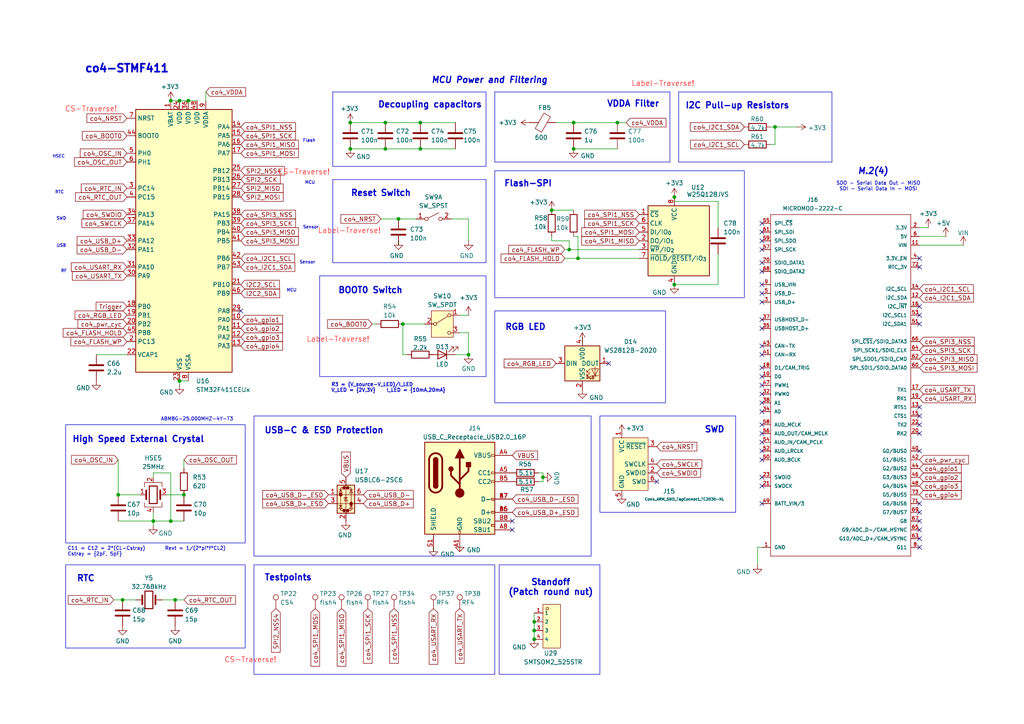
<source format=kicad_sch>
(kicad_sch (version 20250114) (generator "eeschema") (generator_version "9.0")
  (paper "A4")
  (rectangle (start 19.05 123.19) (end 71.12 157.48))
  (rectangle (start 144.78 163.83) (end 173.99 195.58))
  (rectangle (start 196.85 26.67) (end 241.3 46.99))
  (rectangle (start 143.51 49.53) (end 215.9 86.36))
  (rectangle (start 73.66 120.65) (end 171.45 161.29))
  (rectangle (start 96.52 26.67) (end 140.97 48.26))
  (rectangle (start 96.52 52.07) (end 140.97 76.2))
  (rectangle (start 19.05 163.83) (end 71.12 187.96))
  (rectangle (start 143.51 90.17) (end 193.04 116.84))
  (rectangle (start 173.99 120.65) (end 213.36 148.59))
  (rectangle (start 143.51 26.67) (end 194.31 46.99))
  (rectangle (start 73.66 163.83) (end 143.51 195.58))
  (rectangle (start 92.71 80.01) (end 140.97 109.22))
  (text "MCU" (at 84.582 84.328 0) (effects (font (size 0.889 0.889))))
  (text "RTC\n" (at 24.892 167.894 0) (effects (font (size 1.778 1.778) (thickness 0.3556) (bold yes))))
  (text "Testpoints" (at 83.566 167.64 0) (effects (font (size 1.778 1.778) (thickness 0.3556) (bold yes))))
  (text "USB\n" (at 17.78 71.374 0) (effects (font (size 0.889 0.889))))
  (text "Sensor" (at 89.154 76.2 0) (effects (font (size 0.889 0.889))))
  (text "M.2(4)\n" (at 253.238 49.784 0) (effects (font (size 1.778 1.778) (thickness 0.3556) (bold yes) (italic yes))))
  (text "USB-C & ESD Protection\n" (at 93.98 124.968 0) (effects (font (size 1.778 1.778) (thickness 0.3556) (bold yes))))
  (text "HSEC" (at 17.018 45.466 0) (effects (font (size 0.889 0.889))))
  (text "MCU Power and Filtering" (at 141.986 23.368 0) (effects (font (size 1.778 1.778) (thickness 0.3556) (bold yes) (italic yes))))
  (text "Label-Traverse!\n" (at 98.044 98.552 0) (effects (font (size 1.524 1.524))))
  (text "VDDA Filter\n" (at 183.642 30.226 0) (effects (font (size 1.778 1.778) (thickness 0.3556) (bold yes))))
  (text "RTC" (at 17.272 55.88 0) (effects (font (size 0.889 0.889))))
  (text "RGB LED" (at 152.4 94.996 0) (effects (font (size 1.778 1.778) (thickness 0.3556) (bold yes))))
  (text "Label-Traverse!\n" (at 101.346 67.056 0) (effects (font (size 1.524 1.524))))
  (text "I2C Pull-up Resistors" (at 213.868 30.734 0) (effects (font (size 1.778 1.778) (thickness 0.3556) (bold yes))))
  (text "C11 = C12 = 2*(CL-Cstray)	Rext = 1/(2*pi*f*CL2)\nCstray = {2pF, 5pF}" (at 19.558 160.02 0) (effects (font (size 1.016 1.016) (thickness 0.1588)) (justify left)))
  (text "co4-STMF411\n\n" (at 36.83 21.844 0) (effects (font (size 2.286 2.286) (thickness 0.508) (bold yes))))
  (text "Flash" (at 89.662 40.894 0) (effects (font (size 0.889 0.889))))
  (text "Reset Switch\n" (at 110.49 56.134 0) (effects (font (size 1.778 1.778) (thickness 0.3556) (bold yes))))
  (text "RF" (at 18.542 78.74 0) (effects (font (size 0.889 0.889))))
  (text "R3 = (V_source-V_LED)/I_LED\nV_LED = {2V,3V}	I_LED = {10mA,20mA}" (at 96.012 112.522 0) (effects (font (size 1.016 1.016) (thickness 0.2032) (bold yes)) (justify left)))
  (text "Label-Traverse!\n" (at 192.278 24.384 0) (effects (font (size 1.524 1.524))))
  (text "CS-Traverse!\n" (at 88.138 50.038 0) (effects (font (size 1.524 1.524))))
  (text "SWD\n" (at 207.264 124.714 0) (effects (font (size 1.778 1.778) (thickness 0.3556) (bold yes))))
  (text "MCU" (at 89.916 53.086 0) (effects (font (size 0.889 0.889))))
  (text "Standoff\n(Patch round nut)" (at 159.766 170.434 0) (effects (font (size 1.778 1.778) (thickness 0.3556) (bold yes))))
  (text "CS-Traverse!\n" (at 26.416 31.75 0) (effects (font (size 1.524 1.524))))
  (text "BOOT0 Switch" (at 107.442 84.328 0) (effects (font (size 1.778 1.778) (thickness 0.3556) (bold yes))))
  (text "Sensor" (at 90.17 66.04 0) (effects (font (size 0.889 0.889))))
  (text "CS-Traverse!\n" (at 72.644 191.516 0) (effects (font (size 1.524 1.524))))
  (text "ABM8G-25.000MHZ-4Y-T3\n" (at 57.15 121.666 0) (effects (font (size 1.016 1.016) (thickness 0.1588))))
  (text "SDO - Serial Data Out - MISO\nSDI - Serial Data In - MOSI" (at 254.762 54.102 0) (effects (font (size 1.016 1.016))))
  (text "Decoupling capacitors\n" (at 124.714 30.48 0) (effects (font (size 1.778 1.778) (thickness 0.3556) (bold yes))))
  (text "Flash-SPI" (at 153.162 53.34 0) (effects (font (size 1.778 1.778) (thickness 0.3556) (bold yes))))
  (text "High Speed External Crystal" (at 40.132 127.508 0) (effects (font (size 1.778 1.778) (thickness 0.3556) (bold yes))))
  (text "SWD" (at 17.78 63.5 0) (effects (font (size 0.889 0.889))))
  (junction (at 44.45 151.13))
  (junction (at 154.94 182.88))
  (junction (at 154.94 185.42))
  (junction (at 154.94 180.34))
  (junction (at 135.89 102.87))
  (junction (at 52.07 29.21))
  (junction (at 35.56 173.99))
  (junction (at 101.6 43.18))
  (junction (at 111.76 35.56))
  (junction (at 49.53 151.13))
  (junction (at 111.76 43.18))
  (junction (at 52.07 110.49))
  (junction (at 167.64 74.93))
  (junction (at 121.92 35.56))
  (junction (at 195.58 57.15))
  (junction (at 166.37 43.18))
  (junction (at 49.53 29.21))
  (junction (at 115.57 63.5))
  (junction (at 116.84 93.98))
  (junction (at 54.61 29.21))
  (junction (at 224.79 36.83))
  (junction (at 121.92 43.18))
  (junction (at 53.34 143.51))
  (junction (at 50.8 173.99))
  (junction (at 165.1 72.39))
  (junction (at 157.48 138.43))
  (junction (at 195.58 82.55))
  (junction (at 34.29 143.51))
  (junction (at 101.6 35.56))
  (junction (at 166.37 35.56))
  (junction (at 160.02 60.96))
  (junction (at 179.07 35.56))
  (no_connect (at 266.7 151.13))
  (no_connect (at 220.98 111.76))
  (no_connect (at 266.7 123.19))
  (no_connect (at 176.53 105.41))
  (no_connect (at 266.7 153.67))
  (no_connect (at 220.98 125.73))
  (no_connect (at 220.98 85.09))
  (no_connect (at 266.7 130.81))
  (no_connect (at 220.98 116.84))
  (no_connect (at 220.98 100.33))
  (no_connect (at 266.7 158.75))
  (no_connect (at 220.98 138.43))
  (no_connect (at 220.98 140.97))
  (no_connect (at 220.98 102.87))
  (no_connect (at 266.7 125.73))
  (no_connect (at 266.7 146.05))
  (no_connect (at 220.98 133.35))
  (no_connect (at 266.7 91.44))
  (no_connect (at 220.98 87.63))
  (no_connect (at 220.98 130.81))
  (no_connect (at 220.98 106.68))
  (no_connect (at 148.59 153.67))
  (no_connect (at 148.59 151.13))
  (no_connect (at 266.7 77.47))
  (no_connect (at 220.98 95.25))
  (no_connect (at 220.98 109.22))
  (no_connect (at 220.98 119.38))
  (no_connect (at 220.98 123.19))
  (no_connect (at 266.7 156.21))
  (no_connect (at 220.98 92.71))
  (no_connect (at 220.98 78.74))
  (no_connect (at 220.98 69.85))
  (no_connect (at 266.7 93.98))
  (no_connect (at 266.7 88.9))
  (no_connect (at 190.5 139.7))
  (no_connect (at 220.98 72.39))
  (no_connect (at 266.7 74.93))
  (no_connect (at 220.98 146.05))
  (no_connect (at 220.98 128.27))
  (no_connect (at 266.7 120.65))
  (no_connect (at 266.7 118.11))
  (no_connect (at 220.98 64.77))
  (no_connect (at 220.98 82.55))
  (no_connect (at 220.98 76.2))
  (no_connect (at 266.7 148.59))
  (no_connect (at 220.98 67.31))
  (no_connect (at 220.98 114.3))
  (no_connect (at 69.85 90.17))
  (wire (pts (xy 33.02 173.99) (xy 35.56 173.99)))
  (wire (pts (xy 219.71 158.75) (xy 220.98 158.75)))
  (wire (pts (xy 133.35 157.48) (xy 133.35 160.02)))
  (wire (pts (xy 59.69 26.67) (xy 59.69 29.21)))
  (wire (pts (xy 111.76 43.18) (xy 121.92 43.18)))
  (wire (pts (xy 181.61 35.56) (xy 179.07 35.56)))
  (wire (pts (xy 168.91 99.06) (xy 168.91 97.79)))
  (wire (pts (xy 224.79 36.83) (xy 223.52 36.83)))
  (wire (pts (xy 44.45 151.13) (xy 44.45 148.59)))
  (wire (pts (xy 111.76 35.56) (xy 121.92 35.56)))
  (wire (pts (xy 157.48 137.16) (xy 156.21 137.16)))
  (wire (pts (xy 44.45 137.16) (xy 49.53 137.16)))
  (wire (pts (xy 167.64 74.93) (xy 185.42 74.93)))
  (wire (pts (xy 160.02 69.85) (xy 165.1 69.85)))
  (wire (pts (xy 121.92 43.18) (xy 132.08 43.18)))
  (wire (pts (xy 224.79 36.83) (xy 231.14 36.83)))
  (wire (pts (xy 165.1 72.39) (xy 185.42 72.39)))
  (wire (pts (xy 52.07 110.49) (xy 54.61 110.49)))
  (wire (pts (xy 163.83 72.39) (xy 165.1 72.39)))
  (wire (pts (xy 135.89 102.87) (xy 132.08 102.87)))
  (wire (pts (xy 57.15 29.21) (xy 54.61 29.21)))
  (wire (pts (xy 115.57 63.5) (xy 120.65 63.5)))
  (wire (pts (xy 166.37 68.58) (xy 167.64 68.58)))
  (wire (pts (xy 115.57 69.85) (xy 115.57 71.12)))
  (wire (pts (xy 125.73 102.87) (xy 124.46 102.87)))
  (wire (pts (xy 154.94 182.88) (xy 154.94 185.42)))
  (wire (pts (xy 121.92 35.56) (xy 132.08 35.56)))
  (wire (pts (xy 116.84 93.98) (xy 116.84 102.87)))
  (wire (pts (xy 135.89 96.52) (xy 135.89 102.87)))
  (wire (pts (xy 157.48 139.7) (xy 157.48 138.43)))
  (wire (pts (xy 224.79 41.91) (xy 223.52 41.91)))
  (wire (pts (xy 166.37 35.56) (xy 179.07 35.56)))
  (wire (pts (xy 154.94 177.8) (xy 154.94 180.34)))
  (wire (pts (xy 274.32 68.58) (xy 266.7 68.58)))
  (wire (pts (xy 208.28 58.42) (xy 208.28 66.04)))
  (wire (pts (xy 195.58 57.15) (xy 195.58 58.42)))
  (wire (pts (xy 180.34 125.73) (xy 180.34 124.46)))
  (wire (pts (xy 116.84 93.98) (xy 123.19 93.98)))
  (wire (pts (xy 160.02 68.58) (xy 160.02 69.85)))
  (wire (pts (xy 156.21 139.7) (xy 157.48 139.7)))
  (wire (pts (xy 269.24 66.04) (xy 266.7 66.04)))
  (wire (pts (xy 27.94 102.87) (xy 36.83 102.87)))
  (wire (pts (xy 52.07 29.21) (xy 49.53 29.21)))
  (wire (pts (xy 54.61 29.21) (xy 52.07 29.21)))
  (wire (pts (xy 130.81 63.5) (xy 135.89 63.5)))
  (wire (pts (xy 157.48 138.43) (xy 157.48 137.16)))
  (wire (pts (xy 165.1 69.85) (xy 165.1 72.39)))
  (wire (pts (xy 133.35 96.52) (xy 135.89 96.52)))
  (wire (pts (xy 195.58 58.42) (xy 208.28 58.42)))
  (wire (pts (xy 279.4 71.12) (xy 266.7 71.12)))
  (wire (pts (xy 46.99 173.99) (xy 50.8 173.99)))
  (wire (pts (xy 34.29 151.13) (xy 44.45 151.13)))
  (wire (pts (xy 154.94 180.34) (xy 154.94 182.88)))
  (wire (pts (xy 52.07 111.76) (xy 52.07 110.49)))
  (wire (pts (xy 224.79 41.91) (xy 224.79 36.83)))
  (wire (pts (xy 50.8 173.99) (xy 53.34 173.99)))
  (wire (pts (xy 110.49 63.5) (xy 115.57 63.5)))
  (wire (pts (xy 101.6 35.56) (xy 111.76 35.56)))
  (wire (pts (xy 208.28 82.55) (xy 195.58 82.55)))
  (wire (pts (xy 53.34 133.35) (xy 53.34 135.89)))
  (wire (pts (xy 135.89 63.5) (xy 135.89 69.85)))
  (wire (pts (xy 44.45 152.4) (xy 44.45 151.13)))
  (wire (pts (xy 163.83 74.93) (xy 167.64 74.93)))
  (wire (pts (xy 107.95 93.98) (xy 109.22 93.98)))
  (wire (pts (xy 160.02 60.96) (xy 166.37 60.96)))
  (wire (pts (xy 34.29 143.51) (xy 40.64 143.51)))
  (wire (pts (xy 35.56 173.99) (xy 39.37 173.99)))
  (wire (pts (xy 118.11 102.87) (xy 116.84 102.87)))
  (wire (pts (xy 219.71 158.75) (xy 219.71 163.83)))
  (wire (pts (xy 125.73 158.75) (xy 125.73 160.02)))
  (wire (pts (xy 166.37 43.18) (xy 179.07 43.18)))
  (wire (pts (xy 34.29 133.35) (xy 34.29 143.51)))
  (wire (pts (xy 48.26 143.51) (xy 53.34 143.51)))
  (wire (pts (xy 49.53 137.16) (xy 49.53 151.13)))
  (wire (pts (xy 101.6 43.18) (xy 111.76 43.18)))
  (wire (pts (xy 208.28 73.66) (xy 208.28 82.55)))
  (wire (pts (xy 44.45 151.13) (xy 49.53 151.13)))
  (wire (pts (xy 180.34 143.51) (xy 180.34 144.78)))
  (wire (pts (xy 161.29 35.56) (xy 166.37 35.56)))
  (wire (pts (xy 135.89 91.44) (xy 133.35 91.44)))
  (wire (pts (xy 167.64 68.58) (xy 167.64 74.93)))
  (wire (pts (xy 44.45 138.43) (xy 44.45 137.16)))
  (wire (pts (xy 49.53 151.13) (xy 53.34 151.13)))
  (global_label "co4_I2C1_SDA" (shape input) (at 69.85 77.47 0) (property "Intersheetrefs" "${INTERSHEET_REFS}" (effects (hide yes))))
  (global_label "VBUS" (shape input) (at 148.59 132.08 0) (effects (font (thickness 0.1588))) (property "Intersheetrefs" "${INTERSHEET_REFS}" (effects (hide yes))))
  (global_label "co4_USART_RX" (shape input) (at 266.7 115.57 0) (property "Intersheetrefs" "${INTERSHEET_REFS}" (effects (hide yes))))
  (global_label "co4_USART_RX" (shape input) (at 36.83 77.47 180) (property "Intersheetrefs" "${INTERSHEET_REFS}" (effects (hide yes))))
  (global_label "co4_USART_TX" (shape input) (at 36.83 80.01 180) (property "Intersheetrefs" "${INTERSHEET_REFS}" (effects (hide yes))))
  (global_label "co4_pwr_cyc" (shape input) (at 266.7 133.35 0) (property "Intersheetrefs" "${INTERSHEET_REFS}" (effects (hide yes))))
  (global_label "co4_gpio4" (shape input) (at 69.85 100.33 0) (effects (font (thickness 0.1588))) (property "Intersheetrefs" "${INTERSHEET_REFS}" (effects (hide yes))))
  (global_label "co4_USB_D+" (shape input) (at 36.83 69.85 180) (property "Intersheetrefs" "${INTERSHEET_REFS}" (effects (hide yes))))
  (global_label "co4_RTC_IN" (shape input) (at 36.83 54.61 180) (property "Intersheetrefs" "${INTERSHEET_REFS}" (effects (hide yes))))
  (global_label "co4_SPI3_SCK" (shape input) (at 69.85 64.77 0) (property "Intersheetrefs" "${INTERSHEET_REFS}" (effects (hide yes))))
  (global_label "co4_OSC_IN" (shape input) (at 36.83 44.45 180) (property "Intersheetrefs" "${INTERSHEET_REFS}" (effects (hide yes))))
  (global_label "co4_SPI1_MOSI" (shape input) (at 185.42 67.31 180) (property "Intersheetrefs" "${INTERSHEET_REFS}" (effects (hide yes))))
  (global_label "co4_SPI3_NSS" (shape input) (at 69.85 62.23 0) (property "Intersheetrefs" "${INTERSHEET_REFS}" (effects (hide yes))))
  (global_label "co4_SPI1_MISO" (shape input) (at 69.85 41.91 0) (property "Intersheetrefs" "${INTERSHEET_REFS}" (effects (hide yes))))
  (global_label "co4_FLASH_WP" (shape input) (at 163.83 72.39 180) (property "Intersheetrefs" "${INTERSHEET_REFS}" (effects (hide yes))))
  (global_label "co4_RTC_OUT" (shape input) (at 36.83 57.15 180) (property "Intersheetrefs" "${INTERSHEET_REFS}" (effects (hide yes))))
  (global_label "co4_gpio1" (shape input) (at 69.85 92.71 0) (effects (font (thickness 0.1588))) (property "Intersheetrefs" "${INTERSHEET_REFS}" (effects (hide yes))))
  (global_label "co4_gpio1" (shape input) (at 266.7 135.89 0) (effects (font (thickness 0.1588))) (property "Intersheetrefs" "${INTERSHEET_REFS}" (effects (hide yes))))
  (global_label "co4_USB_D+" (shape input) (at 105.41 146.05 0) (property "Intersheetrefs" "${INTERSHEET_REFS}" (effects (hide yes))))
  (global_label "co4_USART_TX" (shape input) (at 133.35 176.53 270) (property "Intersheetrefs" "${INTERSHEET_REFS}" (effects (hide yes))))
  (global_label "co4_RTC_IN" (shape input) (at 33.02 173.99 180) (property "Intersheetrefs" "${INTERSHEET_REFS}" (effects (hide yes))))
  (global_label "I2C2_SCL" (shape input) (at 69.85 82.55 0) (property "Intersheetrefs" "${INTERSHEET_REFS}" (effects (hide yes))))
  (global_label "co4_pwr_cyc" (shape input) (at 36.83 93.98 180) (property "Intersheetrefs" "${INTERSHEET_REFS}" (effects (hide yes))))
  (global_label "co4_USB_D-_ESD" (shape input) (at 148.59 144.78 0) (effects (font (thickness 0.1588))) (property "Intersheetrefs" "${INTERSHEET_REFS}" (effects (hide yes))))
  (global_label "co4_USART_TX" (shape input) (at 266.7 113.03 0) (property "Intersheetrefs" "${INTERSHEET_REFS}" (effects (hide yes))))
  (global_label "co4_SPI1_MISO" (shape input) (at 185.42 69.85 180) (property "Intersheetrefs" "${INTERSHEET_REFS}" (effects (hide yes))))
  (global_label "co4_NRST" (shape input) (at 190.5 129.54 0) (property "Intersheetrefs" "${INTERSHEET_REFS}" (effects (hide yes))))
  (global_label "co4_BOOT0" (shape input) (at 36.83 39.37 180) (property "Intersheetrefs" "${INTERSHEET_REFS}" (effects (hide yes))))
  (global_label "co4_I2C1_SCL" (shape input) (at 69.85 74.93 0) (property "Intersheetrefs" "${INTERSHEET_REFS}" (effects (hide yes))))
  (global_label "co4_SPI1_NSS" (shape input) (at 69.85 36.83 0) (effects (font (thickness 0.1588))) (property "Intersheetrefs" "${INTERSHEET_REFS}" (effects (hide yes))))
  (global_label "co4_RTC_OUT" (shape input) (at 53.34 173.99 0) (property "Intersheetrefs" "${INTERSHEET_REFS}" (effects (hide yes))))
  (global_label "co4_VDDA" (shape input) (at 181.61 35.56 0) (property "Intersheetrefs" "${INTERSHEET_REFS}" (effects (hide yes))))
  (global_label "co4_USB_D+_ESD" (shape input) (at 148.59 148.59 0) (effects (font (thickness 0.1588))) (property "Intersheetrefs" "${INTERSHEET_REFS}" (effects (hide yes))))
  (global_label "SPI2_NSS4" (shape input) (at 69.85 49.53 0) (property "Intersheetrefs" "${INTERSHEET_REFS}" (effects (hide yes))))
  (global_label "co4_BOOT0" (shape input) (at 107.95 93.98 180) (effects (font (thickness 0.1588))) (property "Intersheetrefs" "${INTERSHEET_REFS}" (effects (hide yes))))
  (global_label "co4_I2C1_SCL" (shape input) (at 266.7 83.82 0) (property "Intersheetrefs" "${INTERSHEET_REFS}" (effects (hide yes))))
  (global_label "SPI2_SCK" (shape input) (at 69.85 52.07 0) (property "Intersheetrefs" "${INTERSHEET_REFS}" (effects (hide yes))))
  (global_label "co4_USB_D-" (shape input) (at 105.41 143.51 0) (property "Intersheetrefs" "${INTERSHEET_REFS}" (effects (hide yes))))
  (global_label "co4_SWCLK" (shape input) (at 190.5 134.62 0) (property "Intersheetrefs" "${INTERSHEET_REFS}" (effects (hide yes))))
  (global_label "co4_USART_RX" (shape input) (at 125.73 176.53 270) (property "Intersheetrefs" "${INTERSHEET_REFS}" (effects (hide yes))))
  (global_label "co4_I2C1_SDA" (shape input) (at 215.9 36.83 180) (effects (font (thickness 0.1588))) (property "Intersheetrefs" "${INTERSHEET_REFS}" (effects (hide yes))))
  (global_label "VBUS" (shape input) (at 100.33 138.43 90) (effects (font (thickness 0.1588))) (property "Intersheetrefs" "${INTERSHEET_REFS}" (effects (hide yes))))
  (global_label "co4_gpio3" (shape input) (at 266.7 140.97 0) (effects (font (thickness 0.1588))) (property "Intersheetrefs" "${INTERSHEET_REFS}" (effects (hide yes))))
  (global_label "co4_RGB_LED" (shape input) (at 36.83 91.44 180) (property "Intersheetrefs" "${INTERSHEET_REFS}" (effects (hide yes))))
  (global_label "SPI2_MOSI" (shape input) (at 69.85 57.15 0) (property "Intersheetrefs" "${INTERSHEET_REFS}" (effects (hide yes))))
  (global_label "co4_SWDIO" (shape input) (at 36.83 62.23 180) (property "Intersheetrefs" "${INTERSHEET_REFS}" (effects (hide yes))))
  (global_label "co4_FLASH_HOLD" (shape input) (at 163.83 74.93 180) (property "Intersheetrefs" "${INTERSHEET_REFS}" (effects (hide yes))))
  (global_label "SPI2_NSS4" (shape input) (at 80.01 176.53 270) (property "Intersheetrefs" "${INTERSHEET_REFS}" (effects (hide yes))))
  (global_label "Trigger" (shape input) (at 36.83 88.9 180) (property "Intersheetrefs" "${INTERSHEET_REFS}" (effects (hide yes))))
  (global_label "co4_SPI3_NSS" (shape input) (at 266.7 99.06 0) (effects (font (thickness 0.1588))) (property "Intersheetrefs" "${INTERSHEET_REFS}" (effects (hide yes))))
  (global_label "co4_OSC_OUT" (shape input) (at 36.83 46.99 180) (property "Intersheetrefs" "${INTERSHEET_REFS}" (effects (hide yes))))
  (global_label "co4_gpio2" (shape input) (at 69.85 95.25 0) (effects (font (thickness 0.1588))) (property "Intersheetrefs" "${INTERSHEET_REFS}" (effects (hide yes))))
  (global_label "co4_gpio4" (shape input) (at 266.7 143.51 0) (effects (font (thickness 0.1588))) (property "Intersheetrefs" "${INTERSHEET_REFS}" (effects (hide yes))))
  (global_label "co4_VDDA" (shape input) (at 59.69 26.67 0) (property "Intersheetrefs" "${INTERSHEET_REFS}" (effects (hide yes))))
  (global_label "co4_SPI3_MISO" (shape input) (at 266.7 104.14 0) (property "Intersheetrefs" "${INTERSHEET_REFS}" (effects (hide yes))))
  (global_label "co4_USB_D+_ESD" (shape input) (at 95.25 146.05 180) (effects (font (thickness 0.1588))) (property "Intersheetrefs" "${INTERSHEET_REFS}" (effects (hide yes))))
  (global_label "co4_SPI1_MISO" (shape input) (at 99.06 176.53 270) (property "Intersheetrefs" "${INTERSHEET_REFS}" (effects (hide yes))))
  (global_label "co4_SPI1_SCK" (shape input) (at 106.68 176.53 270) (property "Intersheetrefs" "${INTERSHEET_REFS}" (effects (hide yes))))
  (global_label "co4_SPI3_MOSI" (shape input) (at 266.7 106.68 0) (property "Intersheetrefs" "${INTERSHEET_REFS}" (effects (hide yes))))
  (global_label "co4_SWDIO" (shape input) (at 190.5 137.16 0) (property "Intersheetrefs" "${INTERSHEET_REFS}" (effects (hide yes))))
  (global_label "co4_USB_D-_ESD" (shape input) (at 95.25 143.51 180) (effects (font (thickness 0.1588))) (property "Intersheetrefs" "${INTERSHEET_REFS}" (effects (hide yes))))
  (global_label "co4_SPI1_SCK" (shape input) (at 69.85 39.37 0) (effects (font (thickness 0.1588))) (property "Intersheetrefs" "${INTERSHEET_REFS}" (effects (hide yes))))
  (global_label "co4_I2C1_SDA" (shape input) (at 266.7 86.36 0) (property "Intersheetrefs" "${INTERSHEET_REFS}" (effects (hide yes))))
  (global_label "co4_FLASH_HOLD" (shape input) (at 36.83 96.52 180) (property "Intersheetrefs" "${INTERSHEET_REFS}" (effects (hide yes))))
  (global_label "co4_SPI3_SCK" (shape input) (at 266.7 101.6 0) (effects (font (thickness 0.1588))) (property "Intersheetrefs" "${INTERSHEET_REFS}" (effects (hide yes))))
  (global_label "co4_gpio3" (shape input) (at 69.85 97.79 0) (effects (font (thickness 0.1588))) (property "Intersheetrefs" "${INTERSHEET_REFS}" (effects (hide yes))))
  (global_label "co4_USB_D-" (shape input) (at 36.83 72.39 180) (property "Intersheetrefs" "${INTERSHEET_REFS}" (effects (hide yes))))
  (global_label "co4_I2C1_SCL" (shape input) (at 215.9 41.91 180) (property "Intersheetrefs" "${INTERSHEET_REFS}" (effects (hide yes))))
  (global_label "SPI2_MISO" (shape input) (at 69.85 54.61 0) (property "Intersheetrefs" "${INTERSHEET_REFS}" (effects (hide yes))))
  (global_label "co4_NRST" (shape input) (at 36.83 34.29 180) (property "Intersheetrefs" "${INTERSHEET_REFS}" (effects (hide yes))))
  (global_label "co4_gpio2" (shape input) (at 266.7 138.43 0) (effects (font (thickness 0.1588))) (property "Intersheetrefs" "${INTERSHEET_REFS}" (effects (hide yes))))
  (global_label "co4_SPI1_MOSI" (shape input) (at 69.85 44.45 0) (property "Intersheetrefs" "${INTERSHEET_REFS}" (effects (hide yes))))
  (global_label "co4_OSC_OUT" (shape input) (at 53.34 133.35 0) (property "Intersheetrefs" "${INTERSHEET_REFS}" (effects (hide yes))))
  (global_label "co4_SPI1_MOSI" (shape input) (at 91.44 176.53 270) (property "Intersheetrefs" "${INTERSHEET_REFS}" (effects (hide yes))))
  (global_label "co4_FLASH_WP" (shape input) (at 36.83 99.06 180) (property "Intersheetrefs" "${INTERSHEET_REFS}" (effects (hide yes))))
  (global_label "co4_SWCLK" (shape input) (at 36.83 64.77 180) (property "Intersheetrefs" "${INTERSHEET_REFS}" (effects (hide yes))))
  (global_label "co4_OSC_IN" (shape input) (at 34.29 133.35 180) (property "Intersheetrefs" "${INTERSHEET_REFS}" (effects (hide yes))))
  (global_label "I2C2_SDA" (shape input) (at 69.85 85.09 0) (property "Intersheetrefs" "${INTERSHEET_REFS}" (effects (hide yes))))
  (global_label "co4_NRST" (shape input) (at 110.49 63.5 180) (property "Intersheetrefs" "${INTERSHEET_REFS}" (effects (hide yes))))
  (global_label "co4_SPI3_MOSI" (shape input) (at 69.85 69.85 0) (property "Intersheetrefs" "${INTERSHEET_REFS}" (effects (hide yes))))
  (global_label "co4_SPI1_SCK" (shape input) (at 185.42 64.77 180) (property "Intersheetrefs" "${INTERSHEET_REFS}" (effects (hide yes))))
  (global_label "co4_SPI1_NSS" (shape input) (at 114.3 176.53 270) (property "Intersheetrefs" "${INTERSHEET_REFS}" (effects (hide yes))))
  (global_label "co4_SPI1_NSS" (shape input) (at 185.42 62.23 180) (property "Intersheetrefs" "${INTERSHEET_REFS}" (effects (hide yes))))
  (global_label "co4_RGB_LED" (shape input) (at 161.29 105.41 180) (effects (font (thickness 0.1588))) (property "Intersheetrefs" "${INTERSHEET_REFS}" (effects (hide yes))))
  (global_label "co4_SPI3_MISO" (shape input) (at 69.85 67.31 0) (property "Intersheetrefs" "${INTERSHEET_REFS}" (effects (hide yes))))
  (symbol (lib_id "power:GND") (at 168.91 113.03 0) (unit 1)
    (property "Reference" "#PWR0146" (effects (hide yes)))
    (property "Value" "GND" (at 172.974 115.316 0))
    (property "Description" "Power symbol creates a global label with name \"GND\" , ground" (effects (hide yes)))
  )
  (symbol (lib_id "Connector:Conn_ARM_SWD_TagConnect_TC2030-NL") (at 182.88 134.62 0) (unit 1) (in_bom no)
    (property "Reference" "J15" (at 195.834 142.494 0) (effects (justify right)))
    (property "Value" "Conn_ARM_SWD_TagConnect_TC2030-NL" (at 210.058 144.78 0) (effects (font (size 0.762 0.762)) (justify right)))
    (property "Footprint" "Connector:Tag-Connect_TC2030-IDC-NL_2x03_P1.27mm_Vertical" (effects (hide yes)))
    (property "Datasheet" "https://www.tag-connect.com/wp-content/uploads/bsk-pdf-manager/TC2030-CTX_1.pdf" (effects (hide yes)))
    (property "Description" "Tag-Connect ARM Cortex SWD JTAG connector, 6 pin, no legs" (effects (hide yes)))
  )
  (symbol (lib_id "power:GND") (at 195.58 82.55 0) (unit 1)
    (property "Reference" "#PWR0150" (effects (hide yes)))
    (property "Value" "GND" (at 191.262 84.836 0))
    (property "Description" "Power symbol creates a global label with name \"GND\" , ground" (effects (hide yes)))
  )
  (symbol (lib_id "Device:C") (at 50.8 177.8 0) (unit 1)
    (property "Reference" "C69" (at 53.594 177.038 0) (effects (justify left)))
    (property "Value" "15p" (at 53.594 179.578 0) (effects (justify left)))
    (property "Footprint" "Capacitor_SMD:C_0402_1005Metric" (effects (hide yes)))
    (property "Description" "Unpolarized capacitor" (effects (hide yes)))
  )
  (symbol (lib_id "power:GND") (at 50.8 181.61 0) (unit 1)
    (property "Reference" "#PWR0131" (effects (hide yes)))
    (property "Value" "GND" (at 50.8 185.928 0))
    (property "Description" "Power symbol creates a global label with name \"GND\" , ground" (effects (hide yes)))
  )
  (symbol (lib_id "power:+3V3") (at 279.4 71.12 0) (unit 1)
    (property "Reference" "#PWR0155" (effects (hide yes)))
    (property "Value" "VIN" (at 279.4 67.564 0))
    (property "Description" "Power symbol creates a global label with name \"+3V3\"" (effects (hide yes)))
  )
  (symbol (lib_id "power:+3V3") (at 153.67 35.56 90) (unit 1)
    (property "Reference" "#PWR0141" (effects (hide yes)))
    (property "Value" "+3V3" (at 149.86 35.5599 90) (effects (justify left)))
    (property "Description" "Power symbol creates a global label with name \"+3V3\"" (effects (hide yes)))
  )
  (symbol (lib_id "power:GND") (at 27.94 110.49 0) (unit 1)
    (property "Reference" "#PWR0127" (effects (hide yes)))
    (property "Value" "GND" (at 24.13 112.522 0))
    (property "Description" "Power symbol creates a global label with name \"GND\" , ground" (effects (hide yes)))
  )
  (symbol (lib_id "Device:C") (at 101.6 39.37 0) (unit 1)
    (property "Reference" "C71" (at 104.648 38.1 0) (effects (justify left)))
    (property "Value" "100n" (at 104.648 40.64 0) (effects (justify left)))
    (property "Footprint" "Capacitor_SMD:C_0402_1005Metric" (effects (hide yes)))
    (property "Description" "Unpolarized capacitor" (effects (hide yes)))
  )
  (symbol (lib_id "Device:C") (at 132.08 39.37 0) (unit 1)
    (property "Reference" "C75" (at 134.366 38.1 0) (effects (justify left)))
    (property "Value" "100n" (at 134.366 40.64 0) (effects (justify left)))
    (property "Footprint" "Capacitor_SMD:C_0402_1005Metric" (effects (hide yes)))
    (property "Description" "Unpolarized capacitor" (effects (hide yes)))
  )
  (symbol (lib_id "power:GND") (at 135.89 102.87 0) (unit 1)
    (property "Reference" "#PWR0140" (effects (hide yes)))
    (property "Value" "GND" (at 135.89 106.934 0))
    (property "Description" "Power symbol creates a global label with name \"GND\" , ground" (effects (hide yes)))
  )
  (symbol (lib_id "Device:R") (at 113.03 93.98 90) (unit 1)
    (property "Reference" "R54" (at 113.03 88.9 90))
    (property "Value" "10k" (at 113.03 91.44 90))
    (property "Footprint" "Resistor_SMD:R_0402_1005Metric" (effects (hide yes)))
    (property "Description" "Resistor" (effects (hide yes)))
  )
  (symbol (lib_id "Device:R") (at 219.71 36.83 270) (unit 1)
    (property "Reference" "R60" (at 217.678 34.544 90) (effects (justify left)))
    (property "Value" "4.7k" (at 217.678 37.084 90) (effects (justify left)))
    (property "Footprint" "Resistor_SMD:R_0402_1005Metric" (effects (hide yes)))
    (property "Description" "Resistor" (effects (hide yes)))
  )
  (symbol (lib_id "Device:C") (at 179.07 39.37 0) (unit 1)
    (property "Reference" "C77" (at 182.118 38.1 0) (effects (justify left)))
    (property "Value" "100n" (at 182.118 40.64 0) (effects (justify left)))
    (property "Footprint" "Capacitor_SMD:C_0402_1005Metric" (effects (hide yes)))
    (property "Description" "Unpolarized capacitor" (effects (hide yes)))
  )
  (symbol (lib_id "power:GND") (at 157.48 138.43 90) (unit 1)
    (property "Reference" "#PWR0142" (effects (hide yes)))
    (property "Value" "GND" (at 161.544 136.652 0) (effects (justify right)))
    (property "Description" "Power symbol creates a global label with name \"GND\" , ground" (effects (hide yes)))
  )
  (symbol (lib_id "Connector:TestPoint") (at 133.35 176.53 0) (unit 1)
    (property "Reference" "TP38" (at 134.62 172.212 0) (effects (justify left)))
    (property "Value" "RF4" (at 133.858 174.752 0) (effects (justify left)))
    (property "Footprint" "TestPoint:TestPoint_Pad_D1.0mm" (effects (hide yes)))
    (property "Description" "test point" (effects (hide yes)))
  )
  (symbol (lib_id "Device:FerriteBead") (at 157.48 35.56 90) (unit 1)
    (property "Reference" "FB5" (at 157.988 31.242 90))
    (property "Value" "600" (at 156.972 39.878 90))
    (property "Footprint" "Inductor_SMD:L_0402_1005Metric" (effects (hide yes)))
    (property "Description" "Ferrite bead" (effects (hide yes)))
  )
  (symbol (lib_id "power:+3V3") (at 274.32 68.58 0) (unit 1)
    (property "Reference" "#PWR0154" (effects (hide yes)))
    (property "Value" "+5V" (at 273.558 64.77 0))
    (property "Description" "Power symbol creates a global label with name \"+3V3\"" (effects (hide yes)))
  )
  (symbol (lib_id "Device:C") (at 53.34 147.32 0) (unit 1)
    (property "Reference" "C70" (at 56.134 146.304 0) (effects (justify left)))
    (property "Value" "10p" (at 56.134 148.844 0) (effects (justify left)))
    (property "Footprint" "Capacitor_SMD:C_0402_1005Metric" (effects (hide yes)))
    (property "Description" "Unpolarized capacitor" (effects (hide yes)))
  )
  (symbol (lib_id "Connector:TestPoint") (at 114.3 176.53 0) (unit 1)
    (property "Reference" "TP34" (at 115.57 172.212 0) (effects (justify left)))
    (property "Value" "flsh4" (at 115.57 174.752 0) (effects (justify left)))
    (property "Footprint" "TestPoint:TestPoint_Pad_D1.0mm" (effects (hide yes)))
    (property "Description" "test point" (effects (hide yes)))
  )
  (symbol (lib_id "Device:C") (at 121.92 39.37 0) (unit 1)
    (property "Reference" "C74" (at 124.968 38.1 0) (effects (justify left)))
    (property "Value" "100n" (at 124.968 40.64 0) (effects (justify left)))
    (property "Footprint" "Capacitor_SMD:C_0402_1005Metric" (effects (hide yes)))
    (property "Description" "Unpolarized capacitor" (effects (hide yes)))
  )
  (symbol (lib_id "power:+3V3") (at 49.53 29.21 0) (unit 1)
    (property "Reference" "#PWR0130" (effects (hide yes)))
    (property "Value" "+3V3" (at 49.276 25.146 0))
    (property "Description" "Power symbol creates a global label with name \"+3V3\"" (effects (hide yes)))
  )
  (symbol (lib_id "power:+3V3") (at 231.14 36.83 270) (unit 1)
    (property "Reference" "#PWR0152" (effects (hide yes)))
    (property "Value" "+3V3" (at 236.982 37.084 90))
    (property "Description" "Power symbol creates a global label with name \"+3V3\"" (effects (hide yes)))
  )
  (symbol (lib_id "power:GND") (at 135.89 69.85 0) (unit 1)
    (property "Reference" "#PWR0138" (effects (hide yes)))
    (property "Value" "GND" (at 137.414 74.168 0) (effects (justify right)))
    (property "Description" "Power symbol creates a global label with name \"GND\" , ground" (effects (hide yes)))
  )
  (symbol (lib_id "power:GND") (at 133.35 157.48 0) (unit 1)
    (property "Reference" "#PWR0137" (effects (hide yes)))
    (property "Value" "GND" (at 139.446 159.512 0) (effects (justify right)))
    (property "Description" "Power symbol creates a global label with name \"GND\" , ground" (effects (hide yes)))
  )
  (symbol (lib_id "LED:WS2812B-2020") (at 168.91 105.41 0) (unit 1)
    (property "Reference" "D14" (at 182.88 99.0914 0))
    (property "Value" "WS2812B-2020" (at 182.88 101.6314 0))
    (property "Footprint" "LED_SMD:LED_WS2812B-2020_PLCC4_2.0x2.0mm" (effects (hide yes)))
    (property "Datasheet" "https://cdn-shop.adafruit.com/product-files/4684/4684_WS2812B-2020_V1.3_EN.pdf" (effects (hide yes)))
    (property "Description" "RGB LED with integrated controller, 2.0 x 2.0 mm, 12 mA" (effects (hide yes)))
  )
  (symbol (lib_id "Device:R") (at 53.34 139.7 0) (unit 1)
    (property "Reference" "R53" (at 55.88 138.4299 0) (effects (justify left)))
    (property "Value" "620" (at 55.88 140.9699 0) (effects (justify left)))
    (property "Footprint" "Resistor_SMD:R_0402_1005Metric" (effects (hide yes)))
    (property "Description" "Resistor" (effects (hide yes)))
  )
  (symbol (lib_id "power:+3V3") (at 101.6 35.56 0) (unit 1)
    (property "Reference" "#PWR0134" (effects (hide yes)))
    (property "Value" "+3V3" (at 101.346 31.496 0))
    (property "Description" "Power symbol creates a global label with name \"+3V3\"" (effects (hide yes)))
  )
  (symbol (lib_id "Connector:TestPoint") (at 91.44 176.53 0) (unit 1)
    (property "Reference" "TP23" (at 92.71 172.212 0) (effects (justify left)))
    (property "Value" "flsh4" (at 92.71 174.752 0) (effects (justify left)))
    (property "Footprint" "TestPoint:TestPoint_Pad_D1.0mm" (effects (hide yes)))
    (property "Description" "test point" (effects (hide yes)))
  )
  (symbol (lib_id "Device:C") (at 34.29 147.32 0) (unit 1)
    (property "Reference" "C67" (at 36.83 146.304 0) (effects (justify left)))
    (property "Value" "10p" (at 36.83 148.844 0) (effects (justify left)))
    (property "Footprint" "Capacitor_SMD:C_0402_1005Metric" (effects (hide yes)))
    (property "Description" "Unpolarized capacitor" (effects (hide yes)))
  )
  (symbol (lib_id "power:+3V3") (at 168.91 99.06 0) (mirror y) (unit 1)
    (property "Reference" "#PWR0145" (effects (hide yes)))
    (property "Value" "+3V3" (at 168.91 94.996 0))
    (property "Description" "Power symbol creates a global label with name \"+3V3\"" (effects (hide yes)))
  )
  (symbol (lib_id "Device:C") (at 208.28 69.85 0) (unit 1)
    (property "Reference" "C78" (at 209.804 64.77 0) (effects (justify left)))
    (property "Value" "100n" (at 209.804 67.31 0) (effects (justify left)))
    (property "Footprint" "Capacitor_SMD:C_0402_1005Metric" (effects (hide yes)))
    (property "Description" "Unpolarized capacitor" (effects (hide yes)))
  )
  (symbol (lib_id "Device:R") (at 160.02 64.77 0) (unit 1)
    (property "Reference" "R58" (at 154.94 63.246 0) (effects (justify left)))
    (property "Value" "10k" (at 154.94 65.786 0) (effects (justify left)))
    (property "Footprint" "Resistor_SMD:R_0402_1005Metric" (effects (hide yes)))
    (property "Description" "Resistor" (effects (hide yes)))
  )
  (symbol (lib_id "Device:Crystal_GND24") (at 44.45 143.51 0) (unit 1)
    (property "Reference" "HSE5" (at 44.45 132.842 0))
    (property "Value" "25MHz" (at 44.45 135.382 0))
    (property "Footprint" "Crystal:Crystal_SMD_Abracon_ABM8G-4Pin_3.2x2.5mm" (effects (hide yes)))
    (property "Description" "Four pin crystal, GND on pins 2 and 4" (effects (hide yes)))
  )
  (symbol (lib_id "SparkFun-MicroMod:MICROMOD-2222-C") (at 243.84 115.57 0) (unit 1)
    (property "Reference" "J16" (at 235.712 57.912 0) (effects (font (size 1.143 1.143))))
    (property "Value" "MICROMOD-2222-C" (at 235.712 60.452 0) (effects (font (size 1.143 1.143))))
    (property "Footprint" "mdot2:TE_2199119-4" (effects (hide yes)))
  )
  (symbol (lib_id "power:GND") (at 180.34 143.51 0) (unit 1)
    (property "Reference" "#PWR0148" (effects (hide yes)))
    (property "Value" "GND" (at 183.642 146.304 0))
    (property "Description" "Power symbol creates a global label with name \"GND\" , ground" (effects (hide yes)))
  )
  (symbol (lib_id "Connector:USB_C_Receptacle_USB2.0_16P") (at 133.35 147.32 0) (unit 1)
    (property "Reference" "J14" (at 137.668 124.206 0))
    (property "Value" "USB_C_Receptacle_USB2.0_16P" (at 137.668 126.746 0))
    (property "Footprint" "Connector_USB:USB_C_Receptacle_G-Switch_GT-USB-7051x" (effects (hide yes)))
    (property "Datasheet" "https://www.usb.org/sites/default/files/documents/usb_type-c.zip" (effects (hide yes)))
    (property "Description" "USB 2.0-only 16P Type-C Receptacle connector" (effects (hide yes)))
  )
  (symbol (lib_id "power:GND") (at 52.07 111.76 0) (unit 1)
    (property "Reference" "#PWR0132" (effects (hide yes)))
    (property "Value" "GND" (at 48.26 113.792 0))
    (property "Description" "Power symbol creates a global label with name \"GND\" , ground" (effects (hide yes)))
  )
  (symbol (lib_id "Device:Crystal") (at 43.18 173.99 0) (unit 1)
    (property "Reference" "Y5" (at 43.18 167.64 0))
    (property "Value" "32.768kHz" (at 43.18 170.18 0))
    (property "Footprint" "Crystal:Crystal_SMD_3215-2Pin_3.2x1.5mm" (effects (hide yes)))
    (property "Description" "Two pin crystal" (effects (hide yes)))
  )
  (symbol (lib_id "power:GND") (at 125.73 158.75 0) (unit 1)
    (property "Reference" "#PWR0226" (effects (hide yes)))
    (property "Value" "GND" (at 131.826 160.782 0) (effects (justify right)))
    (property "Description" "Power symbol creates a global label with name \"GND\" , ground" (effects (hide yes)))
  )
  (symbol (lib_id "Switch:SW_SPDT") (at 128.27 93.98 0) (unit 1)
    (property "Reference" "SW10" (at 128.27 85.852 0))
    (property "Value" "SW_SPDT" (at 128.27 88.392 0))
    (property "Footprint" "JS102011JCQN:SW_JS102011JCQN" (effects (hide yes)))
    (property "Description" "Switch, single pole double throw" (effects (hide yes)))
  )
  (symbol (lib_id "power:+3V3") (at 160.02 60.96 0) (unit 1)
    (property "Reference" "#PWR0143" (effects (hide yes)))
    (property "Value" "+3V3" (at 156.21 58.674 0))
    (property "Description" "Power symbol creates a global label with name \"+3V3\"" (effects (hide yes)))
  )
  (symbol (lib_id "Device:C") (at 115.57 67.31 0) (unit 1)
    (property "Reference" "C73" (at 118.872 66.548 0) (effects (justify left)))
    (property "Value" "100n" (at 118.872 69.088 0) (effects (justify left)))
    (property "Footprint" "Capacitor_SMD:C_0402_1005Metric" (effects (hide yes)))
    (property "Description" "Unpolarized capacitor" (effects (hide yes)))
  )
  (symbol (lib_id "MCU_ST_STM32F4:STM32F411CEUx") (at 52.07 69.85 0) (unit 1)
    (property "Reference" "U16" (at 56.8041 110.49 0) (effects (justify left)))
    (property "Value" "STM32F411CEUx" (at 56.8041 113.03 0) (effects (justify left)))
    (property "Footprint" "Package_DFN_QFN:QFN-48-1EP_7x7mm_P0.5mm_EP5.6x5.6mm" (effects (hide yes)))
    (property "Datasheet" "https://www.st.com/resource/en/datasheet/stm32f411ce.pdf" (effects (hide yes)))
    (property "Description" "STMicroelectronics Arm Cortex-M4 MCU, 512KB flash, 128KB RAM, 100 MHz, 1.7-3.6V, 36 GPIO, UFQFPN48" (effects (hide yes)))
  )
  (symbol (lib_id "Connector:TestPoint") (at 106.68 176.53 0) (unit 1)
    (property "Reference" "TP27" (at 107.95 172.212 0) (effects (justify left)))
    (property "Value" "flsh4" (at 107.95 174.752 0) (effects (justify left)))
    (property "Footprint" "TestPoint:TestPoint_Pad_D1.0mm" (effects (hide yes)))
    (property "Description" "test point" (effects (hide yes)))
  )
  (symbol (lib_id "power:+3V3") (at 135.89 91.44 0) (unit 1)
    (property "Reference" "#PWR0139" (effects (hide yes)))
    (property "Value" "+3V3" (at 135.89 86.36 0))
    (property "Description" "Power symbol creates a global label with name \"+3V3\"" (effects (hide yes)))
  )
  (symbol (lib_id "Device:C") (at 35.56 177.8 0) (unit 1)
    (property "Reference" "C68" (at 38.354 177.038 0) (effects (justify left)))
    (property "Value" "15p" (at 38.354 179.578 0) (effects (justify left)))
    (property "Footprint" "Capacitor_SMD:C_0402_1005Metric" (effects (hide yes)))
    (property "Description" "Unpolarized capacitor" (effects (hide yes)))
  )
  (symbol (lib_id "Device:R") (at 166.37 64.77 0) (unit 1)
    (property "Reference" "R59" (at 161.29 63.5 0) (effects (justify left)))
    (property "Value" "10k" (at 161.29 66.04 0) (effects (justify left)))
    (property "Footprint" "Resistor_SMD:R_0402_1005Metric" (effects (hide yes)))
    (property "Description" "Resistor" (effects (hide yes)))
  )
  (symbol (lib_id "power:+3V3") (at 269.24 66.04 0) (unit 1)
    (property "Reference" "#PWR0153" (effects (hide yes)))
    (property "Value" "+3V3" (at 269.24 61.976 0))
    (property "Description" "Power symbol creates a global label with name \"+3V3\"" (effects (hide yes)))
  )
  (symbol (lib_id "power:+3V3") (at 180.34 125.73 0) (unit 1)
    (property "Reference" "#PWR0147" (effects (hide yes)))
    (property "Value" "+3V3" (at 184.15 124.206 0))
    (property "Description" "Power symbol creates a global label with name \"+3V3\"" (effects (hide yes)))
  )
  (symbol (lib_id "Memory_Flash:W25Q128JVS") (at 195.58 69.85 0) (unit 1)
    (property "Reference" "U12" (at 200.406 54.356 0) (effects (justify left)))
    (property "Value" "W25Q128JVS" (at 199.136 56.388 0) (effects (justify left)))
    (property "Footprint" "Package_SO:SOIC-8_5.3x5.3mm_P1.27mm" (effects (hide yes)))
    (property "Datasheet" "https://www.winbond.com/resource-files/w25q128jv_dtr%20revc%2003272018%20plus.pdf" (effects (hide yes)))
    (property "Description" "128Mbit / 16MiB Serial Flash Memory, Standard/Dual/Quad SPI, 2.7-3.6V, SOIC-8" (effects (hide yes)))
  )
  (symbol (lib_id "power:GND") (at 115.57 69.85 0) (unit 1)
    (property "Reference" "#PWR0136" (effects (hide yes)))
    (property "Value" "GND" (at 117.094 74.168 0) (effects (justify right)))
    (property "Description" "Power symbol creates a global label with name \"GND\" , ground" (effects (hide yes)))
  )
  (symbol (lib_id "power:GND") (at 35.56 181.61 0) (unit 1)
    (property "Reference" "#PWR0128" (effects (hide yes)))
    (property "Value" "GND" (at 35.56 185.928 0))
    (property "Description" "Power symbol creates a global label with name \"GND\" , ground" (effects (hide yes)))
  )
  (symbol (lib_id "power:GND") (at 166.37 43.18 0) (unit 1)
    (property "Reference" "#PWR0144" (effects (hide yes)))
    (property "Value" "GND" (at 170.434 45.212 0))
    (property "Description" "Power symbol creates a global label with name \"GND\" , ground" (effects (hide yes)))
  )
  (symbol (lib_id "Device:C") (at 166.37 39.37 0) (unit 1)
    (property "Reference" "C76" (at 169.418 38.1 0) (effects (justify left)))
    (property "Value" "1u" (at 169.418 40.64 0) (effects (justify left)))
    (property "Footprint" "Capacitor_SMD:C_0603_1608Metric" (effects (hide yes)))
    (property "Description" "Unpolarized capacitor" (effects (hide yes)))
  )
  (symbol (lib_id "Device:C") (at 27.94 106.68 0) (unit 1)
    (property "Reference" "C66" (at 30.988 105.41 0) (effects (justify left)))
    (property "Value" "2.2u" (at 30.988 107.95 0) (effects (justify left)))
    (property "Footprint" "Capacitor_SMD:C_0603_1608Metric" (effects (hide yes)))
    (property "Description" "Unpolarized capacitor" (effects (hide yes)))
  )
  (symbol (lib_id "Switch:SW_DPST_x2") (at 125.73 63.5 0) (unit 1)
    (property "Reference" "SW9" (at 125.73 57.15 0))
    (property "Value" "SW_SPST" (at 125.73 59.69 0))
    (property "Footprint" "Button_Switch_SMD:SW_SPST_B3U-1000P" (effects (hide yes)))
    (property "Description" "Single Pole Single Throw (SPST) switch, separate symbol" (effects (hide yes)))
  )
  (symbol (lib_id "power:GND") (at 101.6 43.18 0) (unit 1)
    (property "Reference" "#PWR0135" (effects (hide yes)))
    (property "Value" "GND" (at 105.41 45.466 0))
    (property "Description" "Power symbol creates a global label with name \"GND\" , ground" (effects (hide yes)))
  )
  (symbol (lib_id "Connector:TestPoint") (at 99.06 176.53 0) (unit 1)
    (property "Reference" "TP26" (at 100.33 172.212 0) (effects (justify left)))
    (property "Value" "flsh4" (at 100.33 174.752 0) (effects (justify left)))
    (property "Footprint" "TestPoint:TestPoint_Pad_D1.0mm" (effects (hide yes)))
    (property "Description" "test point" (effects (hide yes)))
  )
  (symbol (lib_id "Connector:TestPoint") (at 80.01 176.53 0) (unit 1)
    (property "Reference" "TP22" (at 81.28 172.212 0) (effects (justify left)))
    (property "Value" "CS4" (at 81.28 174.752 0) (effects (justify left)))
    (property "Footprint" "TestPoint:TestPoint_Pad_D1.0mm" (effects (hide yes)))
    (property "Description" "test point" (effects (hide yes)))
  )
  (symbol (lib_id "power:GND") (at 44.45 152.4 0) (unit 1)
    (property "Reference" "#PWR0129" (effects (hide yes)))
    (property "Value" "GND" (at 48.006 154.686 0))
    (property "Description" "Power symbol creates a global label with name \"GND\" , ground" (effects (hide yes)))
  )
  (symbol (lib_id "Device:C") (at 111.76 39.37 0) (unit 1)
    (property "Reference" "C72" (at 114.808 38.1 0) (effects (justify left)))
    (property "Value" "100n" (at 114.808 40.64 0) (effects (justify left)))
    (property "Footprint" "Capacitor_SMD:C_0402_1005Metric" (effects (hide yes)))
    (property "Description" "Unpolarized capacitor" (effects (hide yes)))
  )
  (symbol (lib_id "Device:LED") (at 128.27 102.87 180) (unit 1)
    (property "Reference" "D13" (at 128.27 100.584 0))
    (property "Value" "LED" (at 128.27 105.664 0))
    (property "Footprint" "LED_SMD:LED_0603_1608Metric" (effects (hide yes)))
    (property "Description" "Light emitting diode" (effects (hide yes)))
  )
  (symbol (lib_id "Device:R") (at 219.71 41.91 270) (unit 1)
    (property "Reference" "R61" (at 217.678 39.624 90) (effects (justify left)))
    (property "Value" "4.7k" (at 217.678 42.164 90) (effects (justify left)))
    (property "Footprint" "Resistor_SMD:R_0402_1005Metric" (effects (hide yes)))
    (property "Description" "Resistor" (effects (hide yes)))
  )
  (symbol (lib_id "power:+3V3") (at 195.58 57.15 0) (unit 1)
    (property "Reference" "#PWR0149" (effects (hide yes)))
    (property "Value" "+3V3" (at 195.58 53.086 0))
    (property "Description" "Power symbol creates a global label with name \"+3V3\"" (effects (hide yes)))
  )
  (symbol (lib_id "power:GND") (at 100.33 151.13 0) (unit 1)
    (property "Reference" "#PWR0133" (effects (hide yes)))
    (property "Value" "GND" (at 102.108 155.194 0) (effects (justify right)))
    (property "Description" "Power symbol creates a global label with name \"GND\" , ground" (effects (hide yes)))
  )
  (symbol (lib_id "power:GND") (at 219.71 163.83 0) (unit 1)
    (property "Reference" "#PWR0151" (effects (hide yes)))
    (property "Value" "GND" (at 215.646 165.862 0))
    (property "Description" "Power symbol creates a global label with name \"GND\" , ground" (effects (hide yes)))
  )
  (symbol (lib_id "Device:R") (at 152.4 137.16 270) (unit 1)
    (property "Reference" "R56" (at 150.368 134.62 90) (effects (justify left)))
    (property "Value" "5.1k" (at 150.368 137.16 90) (effects (justify left)))
    (property "Footprint" "Resistor_SMD:R_0402_1005Metric" (effects (hide yes)))
    (property "Description" "Resistor" (effects (hide yes)))
  )
  (symbol (lib_id "SMTSOM2_525STR:SMTSOM2_525STR") (at 160.02 181.61 0) (unit 1)
    (property "Reference" "U29" (at 157.734 189.484 0) (effects (justify left)))
    (property "Value" "SMTSOM2_525STR" (at 151.892 192.024 0) (effects (justify left)))
    (property "Footprint" "SMTSOM2.525STR:SMD_BD5.6-D4.1" (effects (hide yes)))
    (property "Datasheet" "https://img.jlc.com/pdf/applyPasteComponent/2021-08-17/383886A/1117d75d549448acb3d5abecca3dc57c/SMD%E8%A1%A8%E8%B4%B4%E8%9E%BA%E6%AF%8D%E6%9F%B1-%E7%AE%80.pdf" (effects (hide yes)))
    (property "LCSC" "C22368605" (effects (hide yes)))
  )
  (symbol (lib_id "power:GND") (at 154.94 185.42 0) (unit 1)
    (property "Reference" "#PWR0241" (effects (hide yes)))
    (property "Value" "GND" (at 150.622 187.706 0))
    (property "Description" "Power symbol creates a global label with name \"GND\" , ground" (effects (hide yes)))
  )
  (symbol (lib_id "Connector:TestPoint") (at 125.73 176.53 0) (unit 1)
    (property "Reference" "TP37" (at 127 172.212 0) (effects (justify left)))
    (property "Value" "RF4" (at 126.492 174.752 0) (effects (justify left)))
    (property "Footprint" "TestPoint:TestPoint_Pad_D1.0mm" (effects (hide yes)))
    (property "Description" "test point" (effects (hide yes)))
  )
  (symbol (lib_id "Power_Protection:USBLC6-2SC6") (at 100.33 143.51 0) (unit 1)
    (property "Reference" "U17" (at 102.87 136.652 0) (effects (justify left)))
    (property "Value" "USBLC6-2SC6" (at 102.87 139.192 0) (effects (justify left)))
    (property "Footprint" "Package_TO_SOT_SMD:SOT-23-6" (effects (hide yes)))
    (property "Datasheet" "https://www.st.com/resource/en/datasheet/usblc6-2.pdf" (effects (hide yes)))
    (property "Description" "Very low capacitance ESD protection diode, 2 data-line, SOT-23-6" (effects (hide yes)))
  )
  (symbol (lib_id "Device:R") (at 121.92 102.87 90) (unit 1)
    (property "Reference" "R55" (at 121.92 98.298 90))
    (property "Value" "2.2k" (at 121.92 100.838 90))
    (property "Footprint" "Resistor_SMD:R_0603_1608Metric" (effects (hide yes)))
    (property "Description" "Resistor" (effects (hide yes)))
  )
  (symbol (lib_id "Device:R") (at 152.4 139.7 270) (unit 1)
    (property "Reference" "R57" (at 150.876 141.986 90) (effects (justify left)))
    (property "Value" "5.1k" (at 150.368 139.7 90) (effects (justify left)))
    (property "Footprint" "Resistor_SMD:R_0402_1005Metric" (effects (hide yes)))
    (property "Description" "Resistor" (effects (hide yes)))
  )
)
</source>
